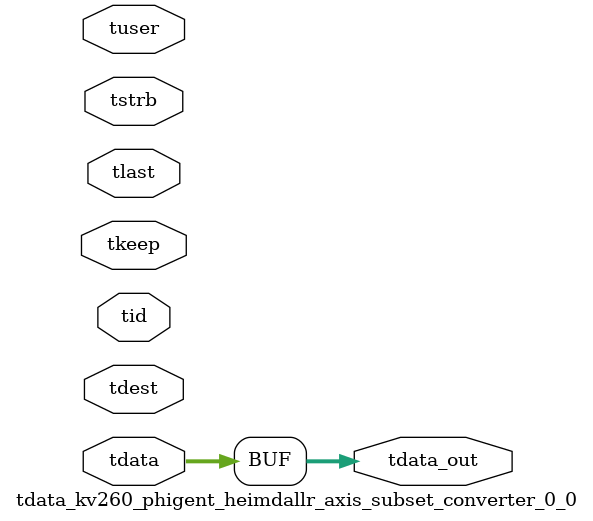
<source format=v>


`timescale 1ps/1ps

module tdata_kv260_phigent_heimdallr_axis_subset_converter_0_0 #
(
parameter C_S_AXIS_TDATA_WIDTH = 32,
parameter C_S_AXIS_TUSER_WIDTH = 0,
parameter C_S_AXIS_TID_WIDTH   = 0,
parameter C_S_AXIS_TDEST_WIDTH = 0,
parameter C_M_AXIS_TDATA_WIDTH = 32
)
(
input  [(C_S_AXIS_TDATA_WIDTH == 0 ? 1 : C_S_AXIS_TDATA_WIDTH)-1:0     ] tdata,
input  [(C_S_AXIS_TUSER_WIDTH == 0 ? 1 : C_S_AXIS_TUSER_WIDTH)-1:0     ] tuser,
input  [(C_S_AXIS_TID_WIDTH   == 0 ? 1 : C_S_AXIS_TID_WIDTH)-1:0       ] tid,
input  [(C_S_AXIS_TDEST_WIDTH == 0 ? 1 : C_S_AXIS_TDEST_WIDTH)-1:0     ] tdest,
input  [(C_S_AXIS_TDATA_WIDTH/8)-1:0 ] tkeep,
input  [(C_S_AXIS_TDATA_WIDTH/8)-1:0 ] tstrb,
input                                                                    tlast,
output [C_M_AXIS_TDATA_WIDTH-1:0] tdata_out
);

assign tdata_out = {16'b00000000,tdata[31:0]};

endmodule


</source>
